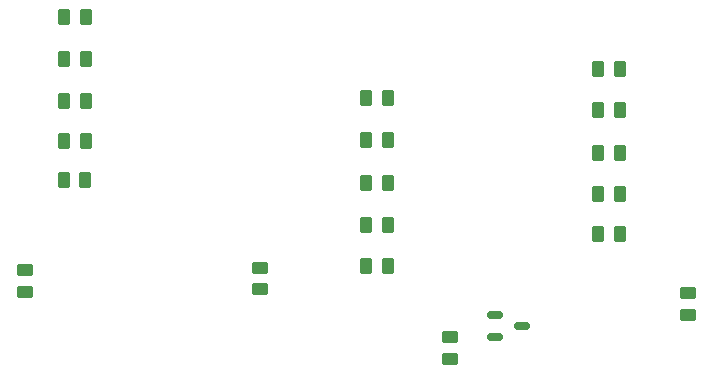
<source format=gbr>
%TF.GenerationSoftware,KiCad,Pcbnew,8.0.0*%
%TF.CreationDate,2024-03-22T14:44:16+02:00*%
%TF.ProjectId,Sensing systemv2,53656e73-696e-4672-9073-797374656d76,rev?*%
%TF.SameCoordinates,Original*%
%TF.FileFunction,Paste,Top*%
%TF.FilePolarity,Positive*%
%FSLAX46Y46*%
G04 Gerber Fmt 4.6, Leading zero omitted, Abs format (unit mm)*
G04 Created by KiCad (PCBNEW 8.0.0) date 2024-03-22 14:44:16*
%MOMM*%
%LPD*%
G01*
G04 APERTURE LIST*
G04 Aperture macros list*
%AMRoundRect*
0 Rectangle with rounded corners*
0 $1 Rounding radius*
0 $2 $3 $4 $5 $6 $7 $8 $9 X,Y pos of 4 corners*
0 Add a 4 corners polygon primitive as box body*
4,1,4,$2,$3,$4,$5,$6,$7,$8,$9,$2,$3,0*
0 Add four circle primitives for the rounded corners*
1,1,$1+$1,$2,$3*
1,1,$1+$1,$4,$5*
1,1,$1+$1,$6,$7*
1,1,$1+$1,$8,$9*
0 Add four rect primitives between the rounded corners*
20,1,$1+$1,$2,$3,$4,$5,0*
20,1,$1+$1,$4,$5,$6,$7,0*
20,1,$1+$1,$6,$7,$8,$9,0*
20,1,$1+$1,$8,$9,$2,$3,0*%
G04 Aperture macros list end*
%ADD10RoundRect,0.250000X0.262500X0.450000X-0.262500X0.450000X-0.262500X-0.450000X0.262500X-0.450000X0*%
%ADD11RoundRect,0.250000X-0.450000X0.262500X-0.450000X-0.262500X0.450000X-0.262500X0.450000X0.262500X0*%
%ADD12RoundRect,0.250000X-0.262500X-0.450000X0.262500X-0.450000X0.262500X0.450000X-0.262500X0.450000X0*%
%ADD13RoundRect,0.150000X-0.512500X-0.150000X0.512500X-0.150000X0.512500X0.150000X-0.512500X0.150000X0*%
%ADD14RoundRect,0.250000X0.450000X-0.262500X0.450000X0.262500X-0.450000X0.262500X-0.450000X-0.262500X0*%
G04 APERTURE END LIST*
D10*
%TO.C,R8*%
X59996000Y-79480000D03*
X61821000Y-79480000D03*
%TD*%
D11*
%TO.C,R2*%
X76600000Y-90200000D03*
X76600000Y-92025000D03*
%TD*%
D12*
%TO.C,R16*%
X105236000Y-76864000D03*
X107061000Y-76864000D03*
%TD*%
%TO.C,R14*%
X85600000Y-90050000D03*
X87425000Y-90050000D03*
%TD*%
D11*
%TO.C,R3*%
X112850000Y-92375000D03*
X112850000Y-94200000D03*
%TD*%
%TO.C,R1*%
X56718200Y-90398600D03*
X56718200Y-92223600D03*
%TD*%
D12*
%TO.C,R13*%
X85600000Y-86556000D03*
X87425000Y-86556000D03*
%TD*%
%TO.C,R17*%
X105236000Y-80460000D03*
X107061000Y-80460000D03*
%TD*%
%TO.C,R10*%
X85600000Y-75825000D03*
X87425000Y-75825000D03*
%TD*%
%TO.C,R15*%
X105236000Y-73406000D03*
X107061000Y-73406000D03*
%TD*%
D10*
%TO.C,R9*%
X59991000Y-82750000D03*
X61816000Y-82750000D03*
%TD*%
%TO.C,R6*%
X61825000Y-72556000D03*
X60000000Y-72556000D03*
%TD*%
D13*
%TO.C,Q1*%
X96520000Y-94200000D03*
X96520000Y-96100000D03*
X98795000Y-95150000D03*
%TD*%
D12*
%TO.C,R18*%
X105236000Y-83918000D03*
X107061000Y-83918000D03*
%TD*%
%TO.C,R11*%
X85600000Y-79350000D03*
X87425000Y-79350000D03*
%TD*%
%TO.C,R12*%
X85600000Y-83000000D03*
X87425000Y-83000000D03*
%TD*%
D14*
%TO.C,R4*%
X92700000Y-97925000D03*
X92700000Y-96100000D03*
%TD*%
D12*
%TO.C,R19*%
X105236000Y-87376000D03*
X107061000Y-87376000D03*
%TD*%
D10*
%TO.C,R7*%
X61821000Y-76112000D03*
X59996000Y-76112000D03*
%TD*%
%TO.C,R5*%
X61825000Y-69000000D03*
X60000000Y-69000000D03*
%TD*%
M02*

</source>
